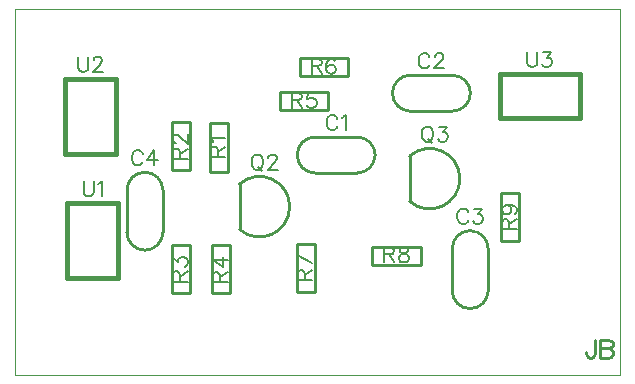
<source format=gbr>
G04 DipTrace 3.0.0.1*
G04 TopSilk.gbr*
%MOIN*%
G04 #@! TF.FileFunction,Legend,Top*
G04 #@! TF.Part,Single*
%ADD10C,0.009843*%
%ADD14C,0.001312*%
%ADD17C,0.015748*%
%ADD41C,0.00772*%
%ADD42C,0.009264*%
%FSLAX26Y26*%
G04*
G70*
G90*
G75*
G01*
G04 TopSilk*
%LPD*%
X1582029Y1065984D2*
D10*
X1721909D1*
X1582029Y1185984D2*
X1721909D1*
Y1065984D2*
G03X1721909Y1185984I60J60000D01*
G01*
X1582029D2*
G03X1582029Y1065984I-60J-60000D01*
G01*
X1899745Y1271890D2*
X2039625D1*
X1899745Y1391890D2*
X2039625D1*
Y1271890D2*
G03X2039625Y1391890I60J60000D01*
G01*
X1899745D2*
G03X1899745Y1271890I-60J-60000D01*
G01*
X2038819Y813641D2*
Y673761D1*
X2158819Y813641D2*
Y673761D1*
X2038819D2*
G03X2158819Y673761I60000J-60D01*
G01*
Y813641D2*
G03X2038819Y813641I-60000J60D01*
G01*
X1074567Y868643D2*
Y1008523D1*
X954567Y868643D2*
Y1008523D1*
X1074567D2*
G03X954567Y1008523I-60000J60D01*
G01*
Y868643D2*
G03X1074567Y868643I60000J-60D01*
G01*
X749213Y1129921D2*
D17*
X917717D1*
Y1380315D1*
X749213D1*
Y1129921D1*
X1329928Y877923D2*
D10*
G03X1329928Y1029164I66569J75620D01*
G01*
Y877923D1*
X1897251Y971230D2*
G03X1897251Y1122471I66569J75620D01*
G01*
Y971230D1*
X1291024Y1230937D2*
X1231024D1*
X1291024Y1070637D2*
Y1230937D1*
Y1070637D2*
X1231024D1*
Y1230937D1*
X1164646Y1235268D2*
X1104646D1*
X1164646Y1074968D2*
Y1235268D1*
Y1074968D2*
X1104646D1*
Y1235268D1*
X1165039Y825426D2*
X1105039D1*
X1165039Y665126D2*
Y825426D1*
Y665126D2*
X1105039D1*
Y825426D1*
X1298110Y825032D2*
X1238110D1*
X1298110Y664732D2*
Y825032D1*
Y664732D2*
X1238110D1*
Y825032D1*
X1465913Y1335118D2*
Y1275118D1*
X1626213Y1335118D2*
X1465913D1*
X1626213D2*
Y1275118D1*
X1465913D1*
X1530480Y1448110D2*
Y1388110D1*
X1690780Y1448110D2*
X1530480D1*
X1690780D2*
Y1388110D1*
X1530480D1*
X1580787Y830150D2*
X1520787D1*
X1580787Y669850D2*
Y830150D1*
Y669850D2*
X1520787D1*
Y830150D1*
X1933300Y760551D2*
Y820551D1*
X1773000Y760551D2*
X1933300D1*
X1773000D2*
Y820551D1*
X1933300D1*
X2262677Y999048D2*
X2202677D1*
X2262677Y838748D2*
Y999048D1*
Y838748D2*
X2202677D1*
Y999048D1*
X2463386Y1249213D2*
D17*
X2196850D1*
Y1396063D1*
X2463386D1*
Y1249213D1*
X924803Y964961D2*
X756299D1*
Y714567D1*
X924803D1*
Y964961D1*
X582677Y1611417D2*
D14*
X2598819D1*
Y393701D1*
X582677D1*
Y1611417D1*
X1656187Y1247269D2*
D41*
X1653811Y1252022D1*
X1649002Y1256831D1*
X1644249Y1259207D1*
X1634687D1*
X1629879Y1256831D1*
X1625126Y1252022D1*
X1622694Y1247269D1*
X1620317Y1240084D1*
Y1228091D1*
X1622694Y1220961D1*
X1625126Y1216152D1*
X1629879Y1211399D1*
X1634687Y1208967D1*
X1644249D1*
X1649002Y1211399D1*
X1653811Y1216152D1*
X1656187Y1220961D1*
X1671626Y1249590D2*
X1676435Y1252022D1*
X1683620Y1259152D1*
Y1208967D1*
X1963154Y1453175D2*
X1960777Y1457928D1*
X1955969Y1462736D1*
X1951215Y1465113D1*
X1941654D1*
X1936845Y1462736D1*
X1932092Y1457928D1*
X1929660Y1453175D1*
X1927284Y1445990D1*
Y1433996D1*
X1929660Y1426866D1*
X1932092Y1422058D1*
X1936845Y1417305D1*
X1941654Y1414873D1*
X1951215D1*
X1955969Y1417305D1*
X1960777Y1422058D1*
X1963154Y1426866D1*
X1981025Y1453119D2*
Y1455496D1*
X1983401Y1460304D1*
X1985778Y1462681D1*
X1990586Y1465058D1*
X2000148D1*
X2004901Y1462681D1*
X2007278Y1460304D1*
X2009710Y1455496D1*
Y1450743D1*
X2007278Y1445934D1*
X2002525Y1438805D1*
X1978593Y1414873D1*
X2012086D1*
X2092288Y934986D2*
X2089911Y939739D1*
X2085103Y944547D1*
X2080349Y946924D1*
X2070788D1*
X2065979Y944547D1*
X2061226Y939739D1*
X2058794Y934986D1*
X2056418Y927801D1*
Y915807D1*
X2058794Y908677D1*
X2061226Y903869D1*
X2065979Y899116D1*
X2070788Y896684D1*
X2080349D1*
X2085103Y899116D1*
X2089911Y903869D1*
X2092288Y908677D1*
X2112535Y946869D2*
X2138788D1*
X2124473Y927745D1*
X2131659D1*
X2136412Y925369D1*
X2138788Y922992D1*
X2141220Y915807D1*
Y911054D1*
X2138788Y903869D1*
X2134035Y899060D1*
X2126850Y896684D1*
X2119665D1*
X2112535Y899060D1*
X2110159Y901492D1*
X2107727Y906245D1*
X1006847Y1129868D2*
X1004471Y1134621D1*
X999662Y1139429D1*
X994909Y1141806D1*
X985347D1*
X980539Y1139429D1*
X975786Y1134621D1*
X973354Y1129868D1*
X970977Y1122682D1*
Y1110689D1*
X973354Y1103559D1*
X975786Y1098751D1*
X980539Y1093998D1*
X985347Y1091566D1*
X994909D1*
X999662Y1093998D1*
X1004471Y1098751D1*
X1006847Y1103559D1*
X1046218Y1091566D2*
Y1141750D1*
X1022287Y1108312D1*
X1058156D1*
X792252Y1453538D2*
Y1417668D1*
X794628Y1410483D1*
X799437Y1405730D1*
X806622Y1403298D1*
X811375D1*
X818560Y1405730D1*
X823368Y1410483D1*
X825745Y1417668D1*
Y1453538D1*
X843616Y1441545D2*
Y1443921D1*
X845993Y1448730D1*
X848369Y1451106D1*
X853178Y1453483D1*
X862739D1*
X867492Y1451106D1*
X869869Y1448730D1*
X872301Y1443921D1*
Y1439168D1*
X869869Y1434360D1*
X865116Y1427230D1*
X841184Y1403298D1*
X874678D1*
X1384340Y1127513D2*
X1379586Y1125192D1*
X1374778Y1120384D1*
X1372401Y1115575D1*
X1369969Y1108390D1*
Y1096452D1*
X1372401Y1089267D1*
X1374778Y1084514D1*
X1379586Y1079705D1*
X1384340Y1077329D1*
X1393901D1*
X1398710Y1079705D1*
X1403463Y1084514D1*
X1405839Y1089267D1*
X1408271Y1096452D1*
Y1108390D1*
X1405839Y1115575D1*
X1403463Y1120384D1*
X1398710Y1125192D1*
X1393901Y1127513D1*
X1384340D1*
X1391525Y1086890D2*
X1405839Y1072520D1*
X1426142Y1115520D2*
Y1117896D1*
X1428519Y1122705D1*
X1430896Y1125081D1*
X1435704Y1127458D1*
X1445266D1*
X1450019Y1125081D1*
X1452395Y1122705D1*
X1454827Y1117896D1*
Y1113143D1*
X1452395Y1108335D1*
X1447642Y1101205D1*
X1423710Y1077273D1*
X1457204D1*
X1951662Y1220820D2*
X1946909Y1218499D1*
X1942101Y1213691D1*
X1939724Y1208882D1*
X1937292Y1201697D1*
Y1189759D1*
X1939724Y1182574D1*
X1942101Y1177821D1*
X1946909Y1173012D1*
X1951662Y1170636D1*
X1961224D1*
X1966032Y1173012D1*
X1970786Y1177821D1*
X1973162Y1182574D1*
X1975594Y1189759D1*
Y1201697D1*
X1973162Y1208882D1*
X1970786Y1213691D1*
X1966032Y1218499D1*
X1961224Y1220820D1*
X1951662D1*
X1958847Y1180197D2*
X1973162Y1165827D1*
X1995842Y1220765D2*
X2022095D1*
X2007780Y1201642D1*
X2014965D1*
X2019718Y1199265D1*
X2022095Y1196889D1*
X2024527Y1189704D1*
Y1184950D1*
X2022095Y1177765D1*
X2017342Y1172957D1*
X2010157Y1170580D1*
X2002972D1*
X1995842Y1172957D1*
X1993465Y1175389D1*
X1991033Y1180142D1*
X1256823Y1120324D2*
Y1141824D1*
X1254391Y1149009D1*
X1252015Y1151441D1*
X1247262Y1153818D1*
X1242453D1*
X1237700Y1151441D1*
X1235268Y1149009D1*
X1232891Y1141824D1*
Y1120324D1*
X1283131D1*
X1256823Y1137071D2*
X1283131Y1153818D1*
X1242508Y1169257D2*
X1240077Y1174065D1*
X1232947Y1181251D1*
X1283131Y1181250D1*
X1130445Y1113905D2*
Y1135405D1*
X1128013Y1142590D1*
X1125637Y1145022D1*
X1120884Y1147399D1*
X1116075D1*
X1111322Y1145022D1*
X1108890Y1142590D1*
X1106514Y1135405D1*
X1106513Y1113905D1*
X1156753D1*
X1130445Y1130652D2*
X1156754Y1147399D1*
X1118507Y1165270D2*
X1116130D1*
X1111322Y1167646D1*
X1108945Y1170023D1*
X1106569Y1174831D1*
Y1184393D1*
X1108945Y1189146D1*
X1111322Y1191523D1*
X1116130Y1193955D1*
X1120884D1*
X1125692Y1191523D1*
X1132822Y1186769D1*
X1156754Y1162838D1*
Y1196331D1*
X1130839Y704063D2*
Y725563D1*
X1128407Y732748D1*
X1126030Y735179D1*
X1121277Y737556D1*
X1116469D1*
X1111716Y735179D1*
X1109284Y732748D1*
X1106907Y725563D1*
Y704063D1*
X1157147D1*
X1130839Y720809D2*
X1157147Y737556D1*
X1106963Y757804D2*
Y784057D1*
X1126086Y769742D1*
Y776927D1*
X1128462Y781680D1*
X1130839Y784057D1*
X1138024Y786489D1*
X1142777D1*
X1149962Y784057D1*
X1154771Y779304D1*
X1157147Y772118D1*
Y764933D1*
X1154771Y757804D1*
X1152339Y755427D1*
X1147586Y752995D1*
X1263910Y702481D2*
Y723981D1*
X1261478Y731166D1*
X1259101Y733597D1*
X1254348Y735974D1*
X1249540D1*
X1244787Y733597D1*
X1242355Y731166D1*
X1239978Y723981D1*
Y702481D1*
X1290218D1*
X1263910Y719227D2*
X1290218Y735974D1*
Y775345D2*
X1240033D1*
X1273471Y751413D1*
Y787283D1*
X1504850Y1309319D2*
X1526350D1*
X1533535Y1311750D1*
X1535967Y1314127D1*
X1538343Y1318880D1*
Y1323689D1*
X1535967Y1328442D1*
X1533535Y1330874D1*
X1526350Y1333250D1*
X1504850D1*
Y1283010D1*
X1521597Y1309319D2*
X1538343Y1283010D1*
X1582468Y1333195D2*
X1558591D1*
X1556214Y1311695D1*
X1558591Y1314072D1*
X1565776Y1316504D1*
X1572906D1*
X1580091Y1314072D1*
X1584899Y1309319D1*
X1587276Y1302134D1*
Y1297380D1*
X1584899Y1290195D1*
X1580091Y1285387D1*
X1572906Y1283010D1*
X1565776D1*
X1558591Y1285387D1*
X1556214Y1287819D1*
X1553783Y1292572D1*
X1570633Y1422311D2*
X1592133D1*
X1599318Y1424743D1*
X1601750Y1427119D1*
X1604126Y1431872D1*
Y1436681D1*
X1601750Y1441434D1*
X1599318Y1443866D1*
X1592133Y1446242D1*
X1570633D1*
Y1396002D1*
X1587380Y1422311D2*
X1604126Y1396002D1*
X1648250Y1439057D2*
X1645874Y1443811D1*
X1638689Y1446187D1*
X1633936D1*
X1626751Y1443811D1*
X1621942Y1436626D1*
X1619565Y1424687D1*
Y1412749D1*
X1621942Y1403187D1*
X1626751Y1398379D1*
X1633936Y1396002D1*
X1636312D1*
X1643442Y1398379D1*
X1648250Y1403187D1*
X1650627Y1410373D1*
Y1412749D1*
X1648250Y1419934D1*
X1643442Y1424687D1*
X1636312Y1427064D1*
X1633936D1*
X1626751Y1424687D1*
X1621942Y1419934D1*
X1619565Y1412749D1*
X1546587Y708787D2*
Y730287D1*
X1544155Y737472D1*
X1541779Y739904D1*
X1537025Y742280D1*
X1532217D1*
X1527464Y739904D1*
X1525032Y737472D1*
X1522655Y730287D1*
Y708787D1*
X1572895D1*
X1546587Y725534D2*
X1572895Y742280D1*
Y767281D2*
X1522711Y791213D1*
Y757720D1*
X1811964Y794752D2*
X1833464D1*
X1840649Y797184D1*
X1843081Y799560D1*
X1845458Y804313D1*
Y809122D1*
X1843081Y813875D1*
X1840649Y816307D1*
X1833464Y818683D1*
X1811964D1*
Y768443D1*
X1828711Y794752D2*
X1845458Y768443D1*
X1872835Y818628D2*
X1865705Y816252D1*
X1863273Y811498D1*
Y806690D1*
X1865705Y801937D1*
X1870458Y799505D1*
X1880020Y797128D1*
X1887205Y794752D1*
X1891958Y789943D1*
X1894335Y785190D1*
Y778005D1*
X1891958Y773252D1*
X1889582Y770820D1*
X1882397Y768443D1*
X1872835D1*
X1865705Y770820D1*
X1863273Y773252D1*
X1860897Y778005D1*
Y785190D1*
X1863273Y789943D1*
X1868082Y794752D1*
X1875212Y797128D1*
X1884773Y799505D1*
X1889582Y801937D1*
X1891958Y806690D1*
Y811498D1*
X1889582Y816252D1*
X1882397Y818628D1*
X1872835D1*
X2228477Y878873D2*
Y900373D1*
X2226045Y907558D1*
X2223668Y909990D1*
X2218915Y912366D1*
X2214107D1*
X2209353Y909990D1*
X2206922Y907558D1*
X2204545Y900373D1*
Y878873D1*
X2254785D1*
X2228477Y895620D2*
X2254785Y912366D1*
X2221292Y958922D2*
X2228477Y956490D1*
X2233285Y951737D1*
X2235662Y944552D1*
Y942176D1*
X2233285Y934991D1*
X2228477Y930237D1*
X2221292Y927806D1*
X2218915D1*
X2211730Y930237D1*
X2206977Y934991D1*
X2204600Y942176D1*
Y944552D1*
X2206977Y951737D1*
X2211730Y956490D1*
X2221292Y958922D1*
X2233285D1*
X2245223Y956490D1*
X2252408Y951737D1*
X2254785Y944552D1*
Y939799D1*
X2252408Y932614D1*
X2247600Y930237D1*
X2288905Y1469286D2*
Y1433416D1*
X2291282Y1426231D1*
X2296090Y1421478D1*
X2303275Y1419046D1*
X2308028D1*
X2315213Y1421478D1*
X2320022Y1426231D1*
X2322398Y1433416D1*
Y1469286D1*
X2342646Y1469231D2*
X2368899D1*
X2354584Y1450108D1*
X2361769D1*
X2366523Y1447731D1*
X2368899Y1445354D1*
X2371331Y1438169D1*
Y1433416D1*
X2368899Y1426231D1*
X2364146Y1421423D1*
X2356961Y1419046D1*
X2349776D1*
X2342646Y1421423D1*
X2340270Y1423855D1*
X2337838Y1428608D1*
X810088Y1038184D2*
Y1002314D1*
X812465Y995129D1*
X817273Y990376D1*
X824458Y987944D1*
X829211D1*
X836396Y990376D1*
X841205Y995129D1*
X843581Y1002314D1*
Y1038184D1*
X859021Y1028567D2*
X863829Y1030999D1*
X871014Y1038128D1*
Y987944D1*
X2514607Y510204D2*
D42*
Y464308D1*
X2511755Y455686D1*
X2508836Y452834D1*
X2503133Y449916D1*
X2497362D1*
X2491659Y452834D1*
X2488807Y455686D1*
X2485889Y464308D1*
Y470012D1*
X2533134Y510204D2*
Y449916D1*
X2559000D1*
X2567622Y452834D1*
X2570474Y455686D1*
X2573326Y461390D1*
Y470012D1*
X2570474Y475782D1*
X2567622Y478634D1*
X2559000Y481486D1*
X2567622Y484404D1*
X2570474Y487256D1*
X2573326Y492960D1*
Y498730D1*
X2570474Y504434D1*
X2567622Y507352D1*
X2559000Y510204D1*
X2533134D1*
Y481486D2*
X2559000D1*
M02*

</source>
